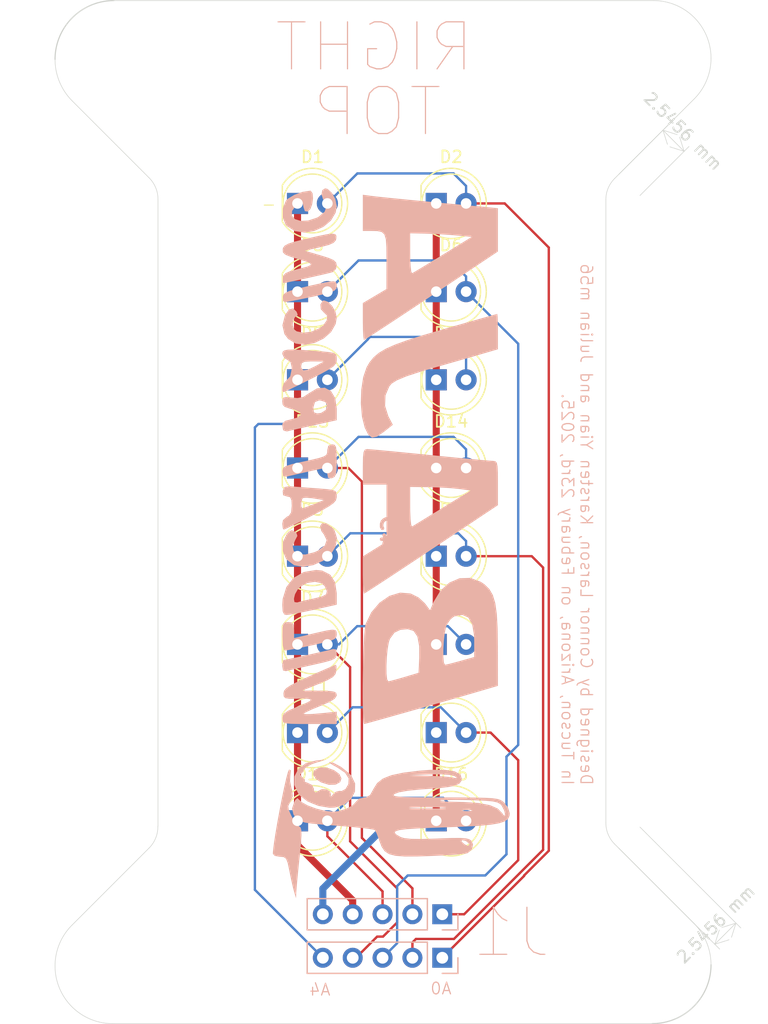
<source format=kicad_pcb>
(kicad_pcb (version 20240108) (generator "pcbnew") (generator_version "8.0")
  (layers (0 "F.Cu" signal) (31 "B.Cu" signal) (34 "B.Paste" user) (35 "F.Paste" user) (36 "B.SilkS" user "B.Silkscreen") (37 "F.SilkS" user "F.Silkscreen") (38 "B.Mask" user) (39 "F.Mask" user) (44 "Edge.Cuts" user))
  (net 0 "")
  (net 1 "A0")
  (net 2 "C0")
  (net 3 "C1")
  (net 4 "A1")
  (net 5 "A2")
  (net 6 "A3")
  (net 7 "A4")
  (net 8 "A5")
  (net 9 "A6")
  (net 10 "A7")
  (footprint "LED_THT:LED_D5.0mm" (layer "F.Cu") (at 85.725 64.85)
    (property "Reference" "D13" (at 1.27 -3.96 0) (layer "F.SilkS"))
    (property "Value" "LED")
    (pad "1" thru_hole rect (at 0 0) (size 1.8 1.8) (drill 0.9) (layers "*.Cu" "*.Mask") (net 2 "C0"))
    (pad "2" thru_hole circle (at 2.54 0) (size 1.8 1.8) (drill 0.9) (layers "*.Cu" "*.Mask") (net 9 "A6"))
  )
  (footprint "LED_THT:LED_D5.0mm" (layer "F.Cu") (at 97.525 79.85)
    (property "Reference" "D8" (at 1.27 -3.96 0) (layer "F.SilkS"))
    (property "Value" "LED")
    (pad "1" thru_hole rect (at 0 0) (size 1.8 1.8) (drill 0.9) (layers "*.Cu" "*.Mask") (net 3 "C1"))
    (pad "2" thru_hole circle (at 2.54 0) (size 1.8 1.8) (drill 0.9) (layers "*.Cu" "*.Mask") (net 6 "A3"))
  )
  (footprint "MountingHole:MountingHole_3.2mm_M3" (layer "F.Cu") (at 69.9 30.1)
    (property "Reference" "REF**" (hide yes))
    (property "Value" "MountingHole_3.2mm_M3")
    (pad "" np_thru_hole circle (at 0 0) (size 3.2 3.2) (drill 3.2) (layers "*.Cu" "*.Mask"))
  )
  (footprint "LED_THT:LED_D5.0mm" (layer "F.Cu") (at 85.725 72.35)
    (property "Reference" "D3" (at 1.27 -3.96 0) (layer "F.SilkS"))
    (property "Value" "LED")
    (pad "1" thru_hole rect (at 0 0) (size 1.8 1.8) (drill 0.9) (layers "*.Cu" "*.Mask") (net 2 "C0"))
    (pad "2" thru_hole circle (at 2.54 0) (size 1.8 1.8) (drill 0.9) (layers "*.Cu" "*.Mask") (net 4 "A1"))
  )
  (footprint "LED_THT:LED_D5.0mm" (layer "F.Cu") (at 97.525 64.85)
    (property "Reference" "D14" (at 1.27 -3.96 0) (layer "F.SilkS"))
    (property "Value" "LED")
    (pad "1" thru_hole rect (at 0 0) (size 1.8 1.8) (drill 0.9) (layers "*.Cu" "*.Mask") (net 3 "C1"))
    (pad "2" thru_hole circle (at 2.54 0) (size 1.8 1.8) (drill 0.9) (layers "*.Cu" "*.Mask") (net 9 "A6"))
  )
  (footprint "MountingHole:MountingHole_3.2mm_M3" (layer "F.Cu") (at 115.9 30.1)
    (property "Reference" "REF**" (hide yes))
    (property "Value" "MountingHole_3.2mm_M3")
    (pad "" np_thru_hole circle (at 0 0) (size 3.2 3.2) (drill 3.2) (layers "*.Cu" "*.Mask"))
  )
  (footprint "LED_THT:LED_D5.0mm" (layer "F.Cu") (at 97.525 94.85)
    (property "Reference" "D16" (at 1.27 -3.96 0) (layer "F.SilkS"))
    (property "Value" "LED")
    (pad "1" thru_hole rect (at 0 0) (size 1.8 1.8) (drill 0.9) (layers "*.Cu" "*.Mask") (net 3 "C1"))
    (pad "2" thru_hole circle (at 2.54 0) (size 1.8 1.8) (drill 0.9) (layers "*.Cu" "*.Mask") (net 10 "A7"))
  )
  (footprint "LED_THT:LED_D5.0mm" (layer "F.Cu") (at 97.525 72.35)
    (property "Reference" "D4" (at 1.27 -3.96 0) (layer "F.SilkS"))
    (property "Value" "LED")
    (pad "1" thru_hole rect (at 0 0) (size 1.8 1.8) (drill 0.9) (layers "*.Cu" "*.Mask") (net 3 "C1"))
    (pad "2" thru_hole circle (at 2.54 0) (size 1.8 1.8) (drill 0.9) (layers "*.Cu" "*.Mask") (net 4 "A1"))
  )
  (footprint "LED_THT:LED_D5.0mm" (layer "F.Cu") (at 97.525 57.35)
    (property "Reference" "D10" (at 1.27 -3.96 0) (layer "F.SilkS"))
    (property "Value" "LED")
    (pad "1" thru_hole rect (at 0 0) (size 1.8 1.8) (drill 0.9) (layers "*.Cu" "*.Mask") (net 3 "C1"))
    (pad "2" thru_hole circle (at 2.54 0) (size 1.8 1.8) (drill 0.9) (layers "*.Cu" "*.Mask") (net 7 "A4"))
  )
  (footprint "LED_THT:LED_D5.0mm" (layer "F.Cu") (at 85.725 57.35)
    (property "Reference" "D9" (at 1.27 -3.96 0) (layer "F.SilkS"))
    (property "Value" "LED")
    (pad "1" thru_hole rect (at 0 0) (size 1.8 1.8) (drill 0.9) (layers "*.Cu" "*.Mask") (net 2 "C0"))
    (pad "2" thru_hole circle (at 2.54 0) (size 1.8 1.8) (drill 0.9) (layers "*.Cu" "*.Mask") (net 7 "A4"))
  )
  (footprint "LED_THT:LED_D5.0mm" (layer "F.Cu") (at 85.725 87.35)
    (property "Reference" "D11" (at 1.27 -3.96 0) (layer "F.SilkS"))
    (property "Value" "LED")
    (pad "1" thru_hole rect (at 0 0) (size 1.8 1.8) (drill 0.9) (layers "*.Cu" "*.Mask") (net 2 "C0"))
    (pad "2" thru_hole circle (at 2.54 0) (size 1.8 1.8) (drill 0.9) (layers "*.Cu" "*.Mask") (net 8 "A5"))
  )
  (footprint "LED_THT:LED_D5.0mm" (layer "F.Cu") (at 97.525 42.35)
    (property "Reference" "D2" (at 1.27 -3.96 0) (layer "F.SilkS"))
    (property "Value" "LED")
    (pad "1" thru_hole rect (at 0 0) (size 1.8 1.8) (drill 0.9) (layers "*.Cu" "*.Mask") (net 3 "C1"))
    (pad "2" thru_hole circle (at 2.54 0) (size 1.8 1.8) (drill 0.9) (layers "*.Cu" "*.Mask") (net 1 "A0"))
  )
  (footprint "MountingHole:MountingHole_3.2mm_M3" (layer "F.Cu") (at 69.9 107.1)
    (property "Reference" "REF**" (hide yes))
    (property "Value" "MountingHole_3.2mm_M3")
    (pad "" np_thru_hole circle (at 0 0) (size 3.2 3.2) (drill 3.2) (layers "*.Cu" "*.Mask"))
  )
  (footprint "LED_THT:LED_D5.0mm" (layer "F.Cu") (at 97.525 87.35)
    (property "Reference" "D12" (at 1.27 -3.96 0) (layer "F.SilkS"))
    (property "Value" "LED")
    (pad "1" thru_hole rect (at 0 0) (size 1.8 1.8) (drill 0.9) (layers "*.Cu" "*.Mask") (net 3 "C1"))
    (pad "2" thru_hole circle (at 2.54 0) (size 1.8 1.8) (drill 0.9) (layers "*.Cu" "*.Mask") (net 8 "A5"))
  )
  (footprint "LED_THT:LED_D5.0mm" (layer "F.Cu") (at 85.725 94.85)
    (property "Reference" "D15" (at 1.27 -3.96 0) (layer "F.SilkS"))
    (property "Value" "LED")
    (pad "1" thru_hole rect (at 0 0) (size 1.8 1.8) (drill 0.9) (layers "*.Cu" "*.Mask") (net 2 "C0"))
    (pad "2" thru_hole circle (at 2.54 0) (size 1.8 1.8) (drill 0.9) (layers "*.Cu" "*.Mask") (net 10 "A7"))
  )
  (footprint "LED_THT:LED_D5.0mm" (layer "F.Cu") (at 85.725 42.35)
    (property "Reference" "D1" (at 1.27 -3.96 0) (layer "F.SilkS"))
    (property "Value" "LED")
    (pad "1" thru_hole rect (at 0 0) (size 1.8 1.8) (drill 0.9) (layers "*.Cu" "*.Mask") (net 2 "C0"))
    (pad "2" thru_hole circle (at 2.54 0) (size 1.8 1.8) (drill 0.9) (layers "*.Cu" "*.Mask") (net 1 "A0"))
  )
  (footprint "LED_THT:LED_D5.0mm" (layer "F.Cu") (at 85.725 79.85)
    (property "Reference" "D7" (at 1.27 -3.96 0) (layer "F.SilkS"))
    (property "Value" "LED")
    (pad "1" thru_hole rect (at 0 0) (size 1.8 1.8) (drill 0.9) (layers "*.Cu" "*.Mask") (net 2 "C0"))
    (pad "2" thru_hole circle (at 2.54 0) (size 1.8 1.8) (drill 0.9) (layers "*.Cu" "*.Mask") (net 6 "A3"))
  )
  (footprint "MountingHole:MountingHole_3.2mm_M3" (layer "F.Cu") (at 115.9 107.1)
    (property "Reference" "REF**" (hide yes))
    (property "Value" "MountingHole_3.2mm_M3")
    (pad "" np_thru_hole circle (at 0 0) (size 3.2 3.2) (drill 3.2) (layers "*.Cu" "*.Mask"))
  )
  (footprint "LED_THT:LED_D5.0mm" (layer "F.Cu") (at 85.725 49.85)
    (property "Reference" "D5" (at 1.27 -3.96 0) (layer "F.SilkS"))
    (property "Value" "LED")
    (pad "1" thru_hole rect (at 0 0) (size 1.8 1.8) (drill 0.9) (layers "*.Cu" "*.Mask") (net 2 "C0"))
    (pad "2" thru_hole circle (at 2.54 0) (size 1.8 1.8) (drill 0.9) (layers "*.Cu" "*.Mask") (net 5 "A2"))
  )
  (footprint "LED_THT:LED_D5.0mm" (layer "F.Cu") (at 97.525 49.85)
    (property "Reference" "D6" (at 1.27 -3.96 0) (layer "F.SilkS"))
    (property "Value" "LED")
    (pad "1" thru_hole rect (at 0 0) (size 1.8 1.8) (drill 0.9) (layers "*.Cu" "*.Mask") (net 3 "C1"))
    (pad "2" thru_hole circle (at 2.54 0) (size 1.8 1.8) (drill 0.9) (layers "*.Cu" "*.Mask") (net 5 "A2"))
  )
  (footprint "Connector_PinHeader_2.54mm:PinHeader_1x05_P2.54mm_Vertical" (layer "B.Cu") (at 98.04 106.5 90)
    (property "Reference" "J1-A1" (hide yes))
    (property "Value" "Conn_01x05")
    (pad "1" thru_hole rect (at 0 0 90) (size 1.7 1.7) (drill 1) (layers "*.Cu" "*.Mask") (net 1 "A0"))
    (pad "2" thru_hole oval (at 0 -2.54 90) (size 1.7 1.7) (drill 1) (layers "*.Cu" "*.Mask") (net 4 "A1"))
    (pad "3" thru_hole oval (at 0 -5.08 90) (size 1.7 1.7) (drill 1) (layers "*.Cu" "*.Mask") (net 5 "A2"))
    (pad "4" thru_hole oval (at 0 -7.62 90) (size 1.7 1.7) (drill 1) (layers "*.Cu" "*.Mask") (net 6 "A3"))
    (pad "5" thru_hole oval (at 0 -10.16 90) (size 1.7 1.7) (drill 1) (layers "*.Cu" "*.Mask") (net 7 "A4"))
  )
  (footprint "Connector_PinHeader_2.54mm:PinHeader_1x05_P2.54mm_Vertical" (layer "B.Cu") (at 98.04 102.8 90)
    (property "Reference" "J1-B1" (hide yes))
    (property "Value" "Conn_01x05")
    (pad "1" thru_hole rect (at 0 0 90) (size 1.7 1.7) (drill 1) (layers "*.Cu" "*.Mask") (net 8 "A5"))
    (pad "2" thru_hole oval (at 0 -2.54 90) (size 1.7 1.7) (drill 1) (layers "*.Cu" "*.Mask") (net 9 "A6"))
    (pad "3" thru_hole oval (at 0 -5.08 90) (size 1.7 1.7) (drill 1) (layers "*.Cu" "*.Mask") (net 10 "A7"))
    (pad "4" thru_hole oval (at 0 -7.62 90) (size 1.7 1.7) (drill 1) (layers "*.Cu" "*.Mask") (net 2 "C0"))
    (pad "5" thru_hole oval (at 0 -10.16 90) (size 1.7 1.7) (drill 1) (layers "*.Cu" "*.Mask") (net 3 "C1"))
  )
  (footprint "BAJA SAE:Untitled" (layer "B.Cu") (at 93.7 71.3 90)
    (property "Reference" "G***" (at 0 0 90) (layer "B.SilkS") (effects (font (size 1.5 1.5) (thickness 0.3)) (justify mirror)))
    (property "Value" "LOGO" (hide yes))
  )
  (gr_arc (start 73.099999 40.170049) (mid 73.660994 41.009638) (end 73.85799 42) (stroke (width 0.05)) (layer "Edge.Cuts"))
  (gr_line (start 66.564466 33.634514) (end 69.9 36.970048) (stroke (width 0.05)) (layer "Edge.Cuts"))
  (gr_arc (start 120.90102 30) (mid 120.527952 31.875539) (end 119.465544 33.465544) (stroke (width 0.05)) (layer "Edge.Cuts"))
  (gr_arc (start 66.564466 33.634514) (mid 65.480602 32.012397) (end 65.1 30.09898) (stroke (width 0.05)) (layer "Edge.Cuts"))
  (gr_line (start 73.85799 95.275) (end 73.845584 95.367912) (stroke (width 0.05)) (layer "Edge.Cuts"))
  (gr_line (start 69.9 100.367912) (end 73.1 97.167912) (stroke (width 0.05)) (layer "Edge.Cuts"))
  (gr_arc (start 73.845584 95.367912) (mid 73.651813 96.342065) (end 73.1 97.167912) (stroke (width 0.05)) (layer "Edge.Cuts"))
  (gr_arc (start 120.9 107.1) (mid 119.435534 110.635534) (end 115.9 112.1) (stroke (width 0.1)) (layer "Edge.Cuts"))
  (gr_arc (start 119.435534 103.564466) (mid 120.519398 105.186583) (end 120.9 107.1) (stroke (width 0.05)) (layer "Edge.Cuts"))
  (gr_line (start 119.465544 33.465544) (end 115.9 37.031088) (stroke (width 0.05)) (layer "Edge.Cuts"))
  (gr_line (start 111.954416 95.028932) (end 111.954416 42.031088) (stroke (width 0.05)) (layer "Edge.Cuts"))
  (gr_line (start 115.9 37.031088) (end 112.7 40.231088) (stroke (width 0.05)) (layer "Edge.Cuts"))
  (gr_line (start 69.9 36.970048) (end 73.1 40.170048) (stroke (width 0.05)) (layer "Edge.Cuts"))
  (gr_arc (start 111.954416 42.031088) (mid 112.148187 41.056935) (end 112.7 40.231088) (stroke (width 0.05)) (layer "Edge.Cuts"))
  (gr_line (start 73.85799 42) (end 73.85799 95.275) (stroke (width 0.05)) (layer "Edge.Cuts"))
  (gr_line (start 70 112.1) (end 115.9 112.1) (stroke (width 0.05)) (layer "Edge.Cuts"))
  (gr_arc (start 65.09898 107.19898) (mid 65.472052 105.323452) (end 66.534456 103.733456) (stroke (width 0.05)) (layer "Edge.Cuts"))
  (gr_arc (start 70 112.1) (mid 66.534456 110.664524) (end 65.09898 107.19898) (stroke (width 0.05)) (layer "Edge.Cuts"))
  (gr_line (start 115.971068 100.1) (end 112.7 96.828932) (stroke (width 0.05)) (layer "Edge.Cuts"))
  (gr_line (start 119.435534 103.564466) (end 115.971068 100.1) (stroke (width 0.05)) (layer "Edge.Cuts"))
  (gr_line (start 66.534456 103.733456) (end 69.9 100.367912) (stroke (width 0.05)) (layer "Edge.Cuts"))
  (gr_line (start 116 25.09898) (end 70.1 25.09898) (stroke (width 0.05)) (layer "Edge.Cuts"))
  (gr_arc (start 112.7 96.828932) (mid 112.148187 96.003085) (end 111.954416 95.028932) (stroke (width 0.05)) (layer "Edge.Cuts"))
  (gr_arc (start 65.1 30.09898) (mid 66.564466 26.563446) (end 70.1 25.09898) (stroke (width 0.1)) (layer "Edge.Cuts"))
  (gr_arc (start 116 25.09898) (mid 119.465544 26.534456) (end 120.90102 30) (stroke (width 0.05)) (layer "Edge.Cuts"))
  (gr_text "RIGHT" (at 100.9 31.4 0) (layer "B.SilkS") (effects (font (size 4 4) (thickness 0.1)) (justify left bottom mirror)))
  (gr_text "J1" (at 107.4 106.7 0) (layer "B.SilkS") (effects (font (size 4 4) (thickness 0.1)) (justify left bottom mirror)))
  (gr_text "A0" (at 98.9 109.7 0) (layer "B.SilkS") (effects (font (size 1 1) (thickness 0.1)) (justify left bottom mirror)))
  (gr_text "TOP" (at 98.2 36.9 0) (layer "B.SilkS") (effects (font (size 4 4) (thickness 0.1)) (justify left bottom mirror)))
  (gr_text "A4" (at 88.6 109.8 -0) (layer "B.SilkS") (effects (font (size 1 1) (thickness 0.1)) (justify left bottom mirror)))
  (gr_text "Designed by Connor Larson, Karsten Yian and Julian m56 \nIn Tucson, Arizona, on Febuary 23rd, 2025." (at 108.1 91.9 -90) (layer "B.SilkS") (effects (font (size 1 1) (thickness 0.1)) (justify left bottom mirror)))
  (gr_text "-" (at 82.6 43 0) (layer "F.SilkS") (effects (font (size 1 1) (thickness 0.1)) (justify left bottom)))
  (gr_text "-" (at 94.5 43 0) (layer "F.SilkS") (effects (font (size 1 1) (thickness 0.1)) (justify left bottom)))
  (dimension (type aligned) (layer "Edge.Cuts") (pts (xy 112.7 40.231088) (xy 114.5 42.031088)) (height -5.816149) (gr_text "2.5456 mm" (at 118.525811 36.205277 315) (layer "Edge.Cuts") (effects (font (size 1 1) (thickness 0.15)))) (format (prefix "") (suffix "") (units 3) (units_format 1) (precision 4)) (style (thickness 0.05) (arrow_length 1.27) (text_position_mode 0) (extension_height 0.58642) (extension_offset 0.5) keep_text_aligned))
  (dimension (type aligned) (layer "Edge.Cuts") (pts (xy 112.7 96.828932) (xy 114.5 95.028932)) (height 12.052121) (gr_text "2.5456 mm" (at 121.308963 103.637895 45) (layer "Edge.Cuts") (effects (font (size 1 1) (thickness 0.15)))) (format (prefix "") (suffix "") (units 3) (units_format 1) (precision 4)) (style (thickness 0.05) (arrow_length 1.27) (text_position_mode 0) (extension_height 0.58642) (extension_offset 0.5) keep_text_aligned))
  (segment (start 107.1 97.4) (end 107.1 46.1) (width 0.2) (layer "F.Cu") (net 1))
  (segment (start 107.1 46.1) (end 103.35 42.35) (width 0.2) (layer "F.Cu") (net 1))
  (segment (start 105 99.54) (end 105 99.5) (width 0.2) (layer "F.Cu") (net 1))
  (segment (start 98.04 106.5) (end 105 99.54) (width 0.2) (layer "F.Cu") (net 1))
  (segment (start 103.35 42.35) (end 100.065 42.35) (width 0.2) (layer "F.Cu") (net 1))
  (segment (start 105 99.5) (end 107.1 97.4) (width 0.2) (layer "F.Cu") (net 1))
  (segment (start 100.065 40.865) (end 99 39.8) (width 0.2) (layer "B.Cu") (net 1))
  (segment (start 100.065 42.35) (end 100.065 40.865) (width 0.2) (layer "B.Cu") (net 1))
  (segment (start 99 39.8) (end 90.815 39.8) (width 0.2) (layer "B.Cu") (net 1))
  (segment (start 90.815 39.8) (end 88.265 42.35) (width 0.2) (layer "B.Cu") (net 1))
  (segment (start 85.725 72.35) (end 85.725 79.85) (width 0.6) (layer "F.Cu") (net 2))
  (segment (start 85.725 96.925) (end 90.42 101.62) (width 0.6) (layer "F.Cu") (net 2))
  (segment (start 85.725 87.35) (end 85.725 94.85) (width 0.6) (layer "F.Cu") (net 2))
  (segment (start 85.725 42.35) (end 85.725 49.85) (width 0.6) (layer "F.Cu") (net 2))
  (segment (start 90.42 101.62) (end 90.42 102.8) (width 0.6) (layer "F.Cu") (net 2))
  (segment (start 85.725 79.85) (end 85.725 87.35) (width 0.6) (layer "F.Cu") (net 2))
  (segment (start 85.725 64.85) (end 85.725 72.35) (width 0.6) (layer "F.Cu") (net 2))
  (segment (start 85.725 94.85) (end 85.725 96.925) (width 0.6) (layer "F.Cu") (net 2))
  (segment (start 85.725 49.85) (end 85.725 57.35) (width 0.6) (layer "F.Cu") (net 2))
  (segment (start 85.725 57.35) (end 85.725 64.85) (width 0.6) (layer "F.Cu") (net 2))
  (segment (start 97.525 79.85) (end 97.525 87.35) (width 0.6) (layer "F.Cu") (net 3))
  (segment (start 97.525 87.35) (end 97.525 94.85) (width 0.6) (layer "F.Cu") (net 3))
  (segment (start 97.525 57.35) (end 97.525 64.85) (width 0.6) (layer "F.Cu") (net 3))
  (segment (start 97.525 42.35) (end 97.525 49.85) (width 0.6) (layer "F.Cu") (net 3))
  (segment (start 97.525 49.85) (end 97.525 57.35) (width 0.6) (layer "F.Cu") (net 3))
  (segment (start 97.525 64.85) (end 97.525 79.85) (width 0.6) (layer "F.Cu") (net 3))
  (segment (start 87.88 100.62) (end 87.88 102.8) (width 0.6) (layer "B.Cu") (net 3))
  (segment (start 93.65 94.85) (end 87.88 100.62) (width 0.6) (layer "B.Cu") (net 3))
  (segment (start 97.525 94.85) (end 93.65 94.85) (width 0.6) (layer "B.Cu") (net 3))
  (segment (start 95.8 104.9) (end 99.034314 104.9) (width 0.2) (layer "F.Cu") (net 4))
  (segment (start 95.5 105.2) (end 95.8 104.9) (width 0.2) (layer "F.Cu") (net 4))
  (segment (start 105.65 72.35) (end 100.065 72.35) (width 0.2) (layer "F.Cu") (net 4))
  (segment (start 106.617157 97.317157) (end 106.617157 73.317157) (width 0.2) (layer "F.Cu") (net 4))
  (segment (start 95.5 106.5) (end 95.5 105.2) (width 0.2) (layer "F.Cu") (net 4))
  (segment (start 106.617157 73.317157) (end 105.65 72.35) (width 0.2) (layer "F.Cu") (net 4))
  (segment (start 99.034314 104.9) (end 106.617157 97.317157) (width 0.2) (layer "F.Cu") (net 4))
  (segment (start 100.065 71.065) (end 99.4 70.4) (width 0.2) (layer "B.Cu") (net 4))
  (segment (start 90.215 70.4) (end 88.265 72.35) (width 0.2) (layer "B.Cu") (net 4))
  (segment (start 99.4 70.4) (end 90.215 70.4) (width 0.2) (layer "B.Cu") (net 4))
  (segment (start 100.065 72.35) (end 100.065 71.065) (width 0.2) (layer "B.Cu") (net 4))
  (segment (start 104.5 88.4) (end 104.5 54.285) (width 0.2) (layer "B.Cu") (net 5))
  (segment (start 103.5 89.4) (end 104.5 88.4) (width 0.2) (layer "B.Cu") (net 5))
  (segment (start 92.96 106.5) (end 94.2 105.26) (width 0.2) (layer "B.Cu") (net 5))
  (segment (start 100.065 48.565) (end 98.7 47.2) (width 0.2) (layer "B.Cu") (net 5))
  (segment (start 94.2 105.26) (end 94.2 100.4) (width 0.2) (layer "B.Cu") (net 5))
  (segment (start 95.1 99.5) (end 101.7 99.5) (width 0.2) (layer "B.Cu") (net 5))
  (segment (start 98.7 47.2) (end 90.915 47.2) (width 0.2) (layer "B.Cu") (net 5))
  (segment (start 90.915 47.2) (end 88.265 49.85) (width 0.2) (layer "B.Cu") (net 5))
  (segment (start 104.5 54.285) (end 100.065 49.85) (width 0.2) (layer "B.Cu") (net 5))
  (segment (start 101.7 99.5) (end 103.5 97.7) (width 0.2) (layer "B.Cu") (net 5))
  (segment (start 103.5 97.7) (end 103.5 89.4) (width 0.2) (layer "B.Cu") (net 5))
  (segment (start 100.065 49.85) (end 100.065 48.565) (width 0.2) (layer "B.Cu") (net 5))
  (segment (start 94.2 100.4) (end 95.1 99.5) (width 0.2) (layer "B.Cu") (net 5))
  (segment (start 90.2 96.6) (end 90.2 81.785) (width 0.2) (layer "F.Cu") (net 6))
  (segment (start 90.2 81.785) (end 88.265 79.85) (width 0.2) (layer "F.Cu") (net 6))
  (segment (start 90.42 106.5) (end 90.7 106.5) (width 0.2) (layer "F.Cu") (net 6))
  (segment (start 93 104.7) (end 94.2 103.5) (width 0.2) (layer "F.Cu") (net 6))
  (segment (start 92.5 104.7) (end 93 104.7) (width 0.2) (layer "F.Cu") (net 6))
  (segment (start 90.7 106.5) (end 92.5 104.7) (width 0.2) (layer "F.Cu") (net 6))
  (segment (start 94.2 100.6) (end 90.2 96.6) (width 0.2) (layer "F.Cu") (net 6))
  (segment (start 94.2 103.5) (end 94.2 100.6) (width 0.2) (layer "F.Cu") (net 6))
  (segment (start 90.8 78.3) (end 89.25 79.85) (width 0.2) (layer "B.Cu") (net 6))
  (segment (start 89.25 79.85) (end 88.265 79.85) (width 0.2) (layer "B.Cu") (net 6))
  (segment (start 98.515 78.3) (end 90.8 78.3) (width 0.2) (layer "B.Cu") (net 6))
  (segment (start 100.065 79.85) (end 98.515 78.3) (width 0.2) (layer "B.Cu") (net 6))
  (segment (start 82.4 61.1) (end 87.2 61.1) (width 0.2) (layer "B.Cu") (net 7))
  (segment (start 100.065 57.35) (end 100.065 55.365) (width 0.2) (layer "B.Cu") (net 7))
  (segment (start 82.1 100.72) (end 82.1 61.4) (width 0.2) (layer "B.Cu") (net 7))
  (segment (start 87.88 106.5) (end 82.1 100.72) (width 0.2) (layer "B.Cu") (net 7))
  (segment (start 91.7 53.9) (end 91.7 53.915) (width 0.2) (layer "B.Cu") (net 7))
  (segment (start 91.7 53.915) (end 88.265 57.35) (width 0.2) (layer "B.Cu") (net 7))
  (segment (start 88.265 60.035) (end 88.265 57.35) (width 0.2) (layer "B.Cu") (net 7))
  (segment (start 87.2 61.1) (end 88.265 60.035) (width 0.2) (layer "B.Cu") (net 7))
  (segment (start 98.4 53.7) (end 91.9 53.7) (width 0.2) (layer "B.Cu") (net 7))
  (segment (start 100.065 55.365) (end 98.4 53.7) (width 0.2) (layer "B.Cu") (net 7))
  (segment (start 82.1 61.4) (end 82.4 61.1) (width 0.2) (layer "B.Cu") (net 7))
  (segment (start 91.9 53.7) (end 91.7 53.9) (width 0.2) (layer "B.Cu") (net 7))
  (segment (start 104.5 98.2) (end 104.5 89.7) (width 0.2) (layer "F.Cu") (net 8))
  (segment (start 99.9 102.8) (end 104.5 98.2) (width 0.2) (layer "F.Cu") (net 8))
  (segment (start 102.15 87.35) (end 100.065 87.35) (width 0.2) (layer "F.Cu") (net 8))
  (segment (start 104.5 89.7) (end 102.15 87.35) (width 0.2) (layer "F.Cu") (net 8))
  (segment (start 98.04 102.8) (end 99.9 102.8) (width 0.2) (layer "F.Cu") (net 8))
  (segment (start 90.415 85.2) (end 88.265 87.35) (width 0.2) (layer "B.Cu") (net 8))
  (segment (start 100.065 87.35) (end 97.915 85.2) (width 0.2) (layer "B.Cu") (net 8))
  (segment (start 97.915 85.2) (end 90.415 85.2) (width 0.2) (layer "B.Cu") (net 8))
  (segment (start 91.2 66) (end 90.05 64.85) (width 0.2) (layer "F.Cu") (net 9))
  (segment (start 91.2 96.3) (end 91.2 66) (width 0.2) (layer "F.Cu") (net 9))
  (segment (start 95.5 102.8) (end 95.5 100.6) (width 0.2) (layer "F.Cu") (net 9))
  (segment (start 90.05 64.85) (end 88.265 64.85) (width 0.2) (layer "F.Cu") (net 9))
  (segment (start 95.5 100.6) (end 91.2 96.3) (width 0.2) (layer "F.Cu") (net 9))
  (segment (start 99 62.2) (end 90.915 62.2) (width 0.2) (layer "B.Cu") (net 9))
  (segment (start 90.915 62.2) (end 88.265 64.85) (width 0.2) (layer "B.Cu") (net 9))
  (segment (start 100.065 63.265) (end 99 62.2) (width 0.2) (layer "B.Cu") (net 9))
  (segment (start 100.065 64.85) (end 100.065 63.265) (width 0.2) (layer "B.Cu") (net 9))
  (segment (start 88.265 96.165) (end 88.265 94.85) (width 0.2) (layer "F.Cu") (net 10))
  (segment (start 92.96 102.8) (end 92.96 100.86) (width 0.2) (layer "F.Cu") (net 10))
  (segment (start 92.96 100.86) (end 88.265 96.165) (width 0.2) (layer "F.Cu") (net 10))
  (segment (start 98.115 92.9) (end 90.215 92.9) (width 0.2) (layer "B.Cu") (net 10))
  (segment (start 100.065 94.85) (end 98.115 92.9) (width 0.2) (layer "B.Cu") (net 10))
  (segment (start 90.215 92.9) (end 88.265 94.85) (width 0.2) (layer "B.Cu") (net 10))
)
</source>
